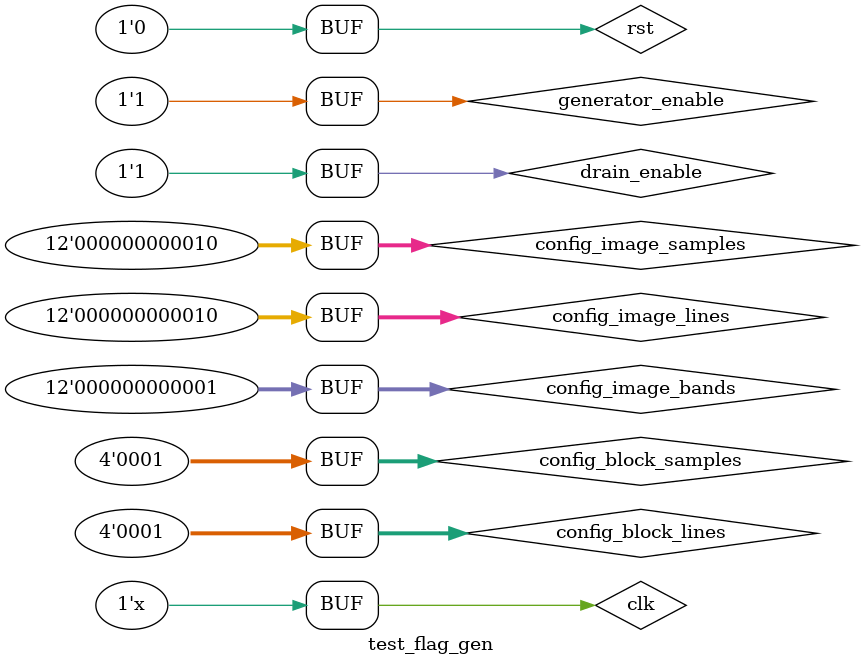
<source format=sv>
`timescale 1ns / 1ps


module test_flag_gen;
	parameter PERIOD = 10;
	
	parameter DATA_WIDTH = 16;
	parameter MAX_BLOCK_SAMPLE_LOG = 4;
	parameter MAX_BLOCK_LINE_LOG = 4;
	parameter MAX_IMAGE_SAMPLE_LOG = 12;
	parameter MAX_IMAGE_LINE_LOG = 12;
	parameter MAX_IMAGE_BAND_LOG = 12;
	parameter LATCH_INPUT = 1;
	parameter LATCH_OUTPUT = 1;

	wire[MAX_BLOCK_SAMPLE_LOG-1:0] config_block_samples;
	wire[MAX_BLOCK_LINE_LOG  -1:0] config_block_lines;
	wire[MAX_IMAGE_SAMPLE_LOG-1:0] config_image_samples;
	wire[MAX_IMAGE_LINE_LOG  -1:0] config_image_lines;
	wire[MAX_IMAGE_BAND_LOG  -1:0] config_image_bands;
	assign config_block_samples = 1; //
	assign config_block_lines   = 1; //
	assign config_image_samples = 2; //
	assign config_image_lines   = 2; //
	assign config_image_bands   = 1; //
    
	//controls
	reg clk, rst;
	reg generator_enable;
	reg drain_enable;
	//inputs
	wire gen_valid, gen_ready;
	wire[DATA_WIDTH-1:0] gen_data;
	//wired outputs
	wire drain_ready;
	wire drain_valid;
	wire[DATA_WIDTH-1:0] drain_data;
	wire drain_last_s, drain_last_r, drain_last_b, drain_last_i;

	helper_axis_generator #(.DATA_WIDTH(DATA_WIDTH), .RANDOM(0)) GEN_0
		(
			.clk(clk), .rst(rst), .enable(generator_enable),
			.output_valid(gen_valid),
			.output_data(gen_data),
			.output_ready(gen_ready)
		);

	helper_axis_drain #(.DATA_WIDTH(DATA_WIDTH)) DRAIN
		(
			.clk(clk), .rst(rst), .enable(drain_enable),
			.input_valid(drain_valid),
			.input_ready(drain_ready),
			.input_data(drain_data)
		);

	flag_generator
		#(
			.DATA_WIDTH(DATA_WIDTH),
			.MAX_BLOCK_SAMPLE_LOG(MAX_BLOCK_SAMPLE_LOG),
			.MAX_BLOCK_LINE_LOG(MAX_BLOCK_LINE_LOG),
			.MAX_IMAGE_SAMPLE_LOG(MAX_IMAGE_SAMPLE_LOG),
			.MAX_IMAGE_LINE_LOG(MAX_IMAGE_LINE_LOG),
			.MAX_IMAGE_BAND_LOG(MAX_IMAGE_BAND_LOG),
			.LATCH_INPUT(LATCH_INPUT),
			.LATCH_OUTPUT(LATCH_OUTPUT)
		) FLAG_GEN
		(
			.clk(clk), .rst(rst),
			.config_block_samples(config_block_samples),
			.config_block_lines(config_block_lines),
			.config_image_samples(config_image_samples),
			.config_image_lines(config_image_lines),
			.config_image_bands(config_image_bands),
			.raw_input_data(gen_data),
			.raw_input_ready(gen_ready),
			.raw_input_valid(gen_valid),
			.output_data(drain_data),
			.output_last_r(drain_last_r),
			.output_last_s(drain_last_s),
			.output_last_b(drain_last_b),
			.output_last_i(drain_last_i),
			.output_ready(drain_ready),
			.output_valid(drain_valid)
		);
		
	always #(PERIOD/2) clk = ~clk;
	initial begin
		clk = 1;
		rst = 1;
		generator_enable = 0;
		drain_enable = 0;
		
		#(PERIOD)
		#(PERIOD/2);
		rst = 0;
		generator_enable = 1;
		drain_enable = 1;
	end


endmodule

</source>
